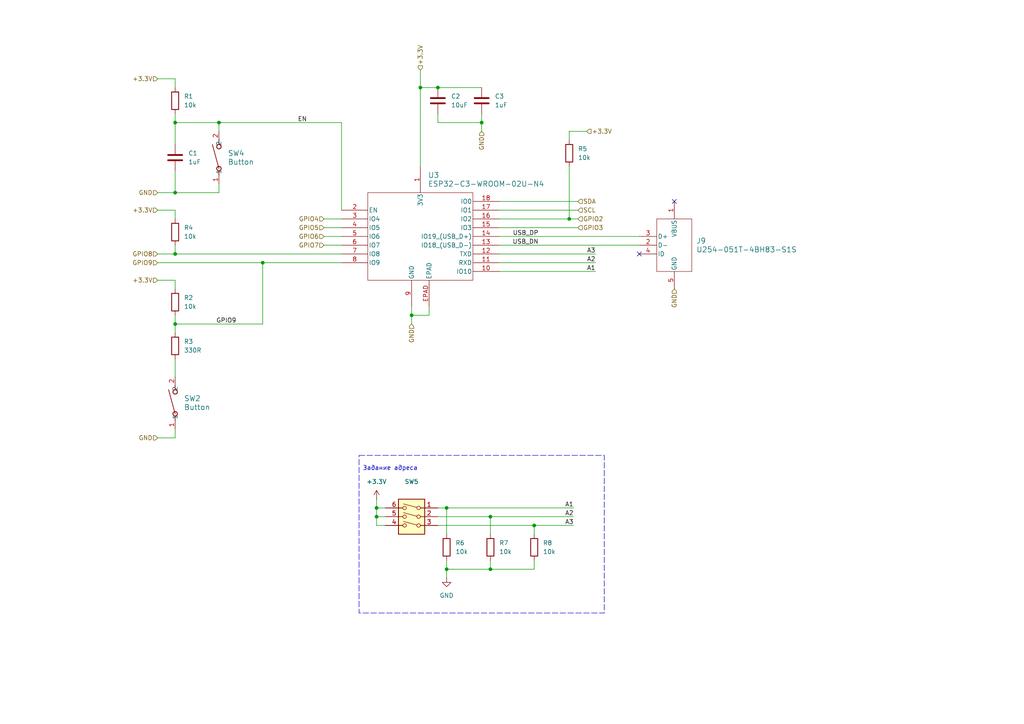
<source format=kicad_sch>
(kicad_sch (version 20231120) (generator "eeschema") (generator_version "8.0")
  (paper "A4")
  (title_block (comment 2 "Konstantin"))
  (lib_symbols
    (symbol "kicad_inventree_lib:C_10uF_16V_1206" (pin_numbers hide) (pin_names (offset 0.254))
      (property "Reference" "C" (at 0.635 2.54 0))
      (property "Value" "10uF" (at 0.635 -2.54 0))
      (symbol "C_10uF_16V_1206_0_1"
        (polyline (pts (xy -2.032 -0.762) (xy 2.032 -0.762)) (stroke (width 0.508)))
        (polyline (pts (xy -2.032 0.762) (xy 2.032 0.762)) (stroke (width 0.508)))
      )
      (symbol "C_10uF_16V_1206_1_1"
        (pin passive line (at 0 3.81 270) (length 2.794) (name "~") (number "1"))
        (pin passive line (at 0 -3.81 90) (length 2.794) (name "~") (number "2"))
      )
    )
    (symbol "kicad_inventree_lib:C_1uF_16V_1206" (pin_numbers hide) (pin_names (offset 0.254))
      (property "Reference" "C" (at 0.635 2.54 0))
      (property "Value" "1uF" (at 0.635 -2.54 0))
      (symbol "C_1uF_16V_1206_0_1"
        (polyline (pts (xy -2.032 -0.762) (xy 2.032 -0.762)) (stroke (width 0.508)))
        (polyline (pts (xy -2.032 0.762) (xy 2.032 0.762)) (stroke (width 0.508)))
      )
      (symbol "C_1uF_16V_1206_1_1"
        (pin passive line (at 0 3.81 270) (length 2.794) (name "~") (number "1"))
        (pin passive line (at 0 -3.81 90) (length 2.794) (name "~") (number "2"))
      )
    )
    (symbol "kicad_inventree_lib:C_1uF_50V_1206" (pin_numbers hide) (pin_names (offset 0.254))
      (property "Reference" "C" (at 0.635 2.54 0))
      (property "Value" "1uF" (at 0.635 -2.54 0))
      (symbol "C_1uF_50V_1206_0_1"
        (polyline (pts (xy -2.032 -0.762) (xy 2.032 -0.762)) (stroke (width 0.508)))
        (polyline (pts (xy -2.032 0.762) (xy 2.032 0.762)) (stroke (width 0.508)))
      )
      (symbol "C_1uF_50V_1206_1_1"
        (pin passive line (at 0 3.81 270) (length 2.794) (name "~") (number "1"))
        (pin passive line (at 0 -3.81 90) (length 2.794) (name "~") (number "2"))
      )
    )
    (symbol "kicad_inventree_lib:DIP_SW-3P-P2.54-THT-Top" (pin_names (offset 0) hide)
      (property "Reference" "SW" (at 0 6.35 0))
      (property "Value" "DIP_SW-3P-P2.54-THT-Top" (at 0 -6.35 0))
      (symbol "DIP_SW-3P-P2.54-THT-Top_0_0"
        (circle (center -2.032 -2.54) (radius 0.508))
        (circle (center -2.032 0) (radius 0.508))
        (circle (center -2.032 2.54) (radius 0.508))
        (polyline (pts (xy -1.524 -2.413) (xy 2.3622 -1.3716)))
        (polyline (pts (xy -1.524 0.127) (xy 2.3622 1.1684)))
        (polyline (pts (xy -1.524 2.667) (xy 2.3622 3.7084)))
        (circle (center 2.032 -2.54) (radius 0.508))
        (circle (center 2.032 0) (radius 0.508))
        (circle (center 2.032 2.54) (radius 0.508))
      )
      (symbol "DIP_SW-3P-P2.54-THT-Top_0_1"
        (rectangle (start -3.81 5.08) (end 3.81 -5.08) (stroke (width 0.254)) (fill (type background)))
      )
      (symbol "DIP_SW-3P-P2.54-THT-Top_1_1"
        (pin passive line (at -7.62 2.54 0) (length 5.08) (name "~") (number "1"))
        (pin passive line (at -7.62 0 0) (length 5.08) (name "~") (number "2"))
        (pin passive line (at -7.62 -2.54 0) (length 5.08) (name "~") (number "3"))
        (pin passive line (at 7.62 -2.54 180) (length 5.08) (name "~") (number "4"))
        (pin passive line (at 7.62 0 180) (length 5.08) (name "~") (number "5"))
        (pin passive line (at 7.62 2.54 180) (length 5.08) (name "~") (number "6"))
      )
    )
    (symbol "kicad_inventree_lib:ESP32-C3-WROOM-02U-N4" (pin_names (offset 0.254))
      (property "Reference" "U" (at 2.54 5.08 0))
      (property "Value" "ESP32-C3-WROOM-02U-N4" (at 2.54 2.54 0))
      (symbol "ESP32-C3-WROOM-02U-N4_0_1"
        (polyline (pts (xy -15.24 -25.4) (xy 15.24 -25.4)) (stroke (width 0.127)))
        (polyline (pts (xy -15.24 0) (xy -15.24 -25.4)) (stroke (width 0.127)))
        (polyline (pts (xy 15.24 -25.4) (xy 15.24 0)) (stroke (width 0.127)))
        (polyline (pts (xy 15.24 0) (xy -15.24 0)) (stroke (width 0.127)))
        (pin power_in line (at 0 7.62 270) (length 7.62) (name "3V3") (number "1"))
        (pin bidirectional line (at 22.86 -22.86 180) (length 7.62) (name "IO10") (number "10"))
        (pin bidirectional line (at 22.86 -20.32 180) (length 7.62) (name "RXD") (number "11"))
        (pin bidirectional line (at 22.86 -17.78 180) (length 7.62) (name "TXD") (number "12"))
        (pin bidirectional line (at 22.86 -10.16 180) (length 7.62) (name "IO3") (number "15"))
        (pin bidirectional line (at 22.86 -7.62 180) (length 7.62) (name "IO2") (number "16"))
        (pin bidirectional line (at 22.86 -5.08 180) (length 7.62) (name "IO1") (number "17"))
        (pin bidirectional line (at 22.86 -2.54 180) (length 7.62) (name "IO0") (number "18"))
        (pin input line (at -22.86 -5.08 0) (length 7.62) (name "EN") (number "2"))
        (pin bidirectional line (at -22.86 -7.62 0) (length 7.62) (name "IO4") (number "3"))
        (pin bidirectional line (at -22.86 -10.16 0) (length 7.62) (name "IO5") (number "4"))
        (pin bidirectional line (at -22.86 -12.7 0) (length 7.62) (name "IO6") (number "5"))
        (pin bidirectional line (at -22.86 -15.24 0) (length 7.62) (name "IO7") (number "6"))
        (pin bidirectional line (at -22.86 -17.78 0) (length 7.62) (name "IO8") (number "7"))
        (pin bidirectional line (at -22.86 -20.32 0) (length 7.62) (name "IO9") (number "8"))
        (pin power_out line (at -2.54 -33.02 90) (length 7.62) (name "GND") (number "9"))
      )
      (symbol "ESP32-C3-WROOM-02U-N4_1_1"
        (pin bidirectional line (at 22.86 -15.24 180) (length 7.62) (name "IO18_(USB_D-)") (number "13"))
        (pin bidirectional line (at 22.86 -12.7 180) (length 7.62) (name "IO19_(USB_D+)") (number "14"))
        (pin power_out line (at 2.54 -33.02 90) (length 7.62) (name "EPAD") (number "EPAD"))
      )
    )
    (symbol "kicad_inventree_lib:R_10k_1206_1%" (pin_numbers hide) (pin_names (offset 0))
      (property "Reference" "R" (at 2.032 0 90))
      (property "Value" "10k" (at 0 0 90))
      (symbol "R_10k_1206_1%_0_1"
        (rectangle (start -1.016 -2.54) (end 1.016 2.54) (stroke (width 0.254)))
      )
      (symbol "R_10k_1206_1%_1_1"
        (pin passive line (at 0 3.81 270) (length 1.27) (name "~") (number "1"))
        (pin passive line (at 0 -3.81 90) (length 1.27) (name "~") (number "2"))
      )
    )
    (symbol "kicad_inventree_lib:R_330R_1206_1%" (pin_numbers hide) (pin_names (offset 0))
      (property "Reference" "R" (at 2.032 0 90))
      (property "Value" "330R" (at 0 0 90))
      (symbol "R_330R_1206_1%_0_1"
        (rectangle (start -1.016 -2.54) (end 1.016 2.54) (stroke (width 0.254)))
      )
      (symbol "R_330R_1206_1%_1_1"
        (pin passive line (at 0 3.81 270) (length 1.27) (name "~") (number "1"))
        (pin passive line (at 0 -3.81 90) (length 1.27) (name "~") (number "2"))
      )
    )
    (symbol "kicad_inventree_lib:TS-1088-AR02016" (pin_names (offset 0.254))
      (property "Reference" "SW" (at 7.62 3.81 0))
      (property "Value" "Button" (at 0 0 0))
      (symbol "TS-1088-AR02016_0_1"
        (polyline (pts (xy 2.54 0) (xy 3.81 0)) (stroke (width 0.2032)))
        (polyline (pts (xy 4.445 0) (xy 11.43 1.905)) (stroke (width 0.2032)))
        (polyline (pts (xy 12.7 0) (xy 11.43 0)) (stroke (width 0.2032)))
        (circle (center 4.445 0) (radius 0.635) (stroke (width 0.254)))
        (circle (center 10.795 0) (radius 0.635) (stroke (width 0.254)))
        (pin unspecified line (at 0 0 0) (length 2.54) (name "1") (number "1"))
        (pin unspecified line (at 15.24 0 180) (length 2.54) (name "2") (number "2"))
      )
    )
    (symbol "kicad_inventree_lib:XKG_U254-051T-4BH83-S1S" (pin_names (offset 0.254))
      (property "Reference" "J" (at 8.382 -1.27 0))
      (property "Value" "U254-051T-4BH83-S1S" (at 22.098 -5.842 0))
      (symbol "XKG_U254-051T-4BH83-S1S_0_1"
        (polyline (pts (xy -5.08 -15.24) (xy 5.08 -15.24)) (stroke (width 0.127)))
        (polyline (pts (xy -5.08 0) (xy -5.08 -15.24)) (stroke (width 0.127)))
        (polyline (pts (xy 5.08 -15.24) (xy 5.08 0)) (stroke (width 0.127)))
        (polyline (pts (xy 5.08 0) (xy -5.08 0)) (stroke (width 0.127)))
      )
      (symbol "XKG_U254-051T-4BH83-S1S_1_1"
        (pin unspecified line (at 0 5.08 270) (length 5.08) (name "VBUS") (number "1"))
        (pin unspecified line (at -10.16 -7.62 0) (length 5.08) (name "D-") (number "2"))
        (pin unspecified line (at -10.16 -5.08 0) (length 5.08) (name "D+") (number "3"))
        (pin unspecified line (at -10.16 -10.16 0) (length 5.08) (name "ID") (number "4"))
        (pin unspecified line (at 0 -20.32 90) (length 5.08) (name "GND") (number "5"))
      )
    )
    (symbol "power:+3.3V" (power) (pin_numbers hide) (pin_names (offset 0) hide)
      (property "Value" "+3.3V" (at 0 3.556 0))
      (symbol "+3.3V_0_1"
        (polyline (pts (xy -0.762 1.27) (xy 0 2.54)))
        (polyline (pts (xy 0 0) (xy 0 2.54)))
        (polyline (pts (xy 0 2.54) (xy 0.762 1.27)))
      )
      (symbol "+3.3V_1_1"
        (pin power_in line (at 0 0 90) (length 0) (name "~") (number "1"))
      )
    )
    (symbol "power:GND" (power) (pin_numbers hide) (pin_names (offset 0) hide)
      (property "Value" "GND" (at 0 -3.81 0))
      (symbol "GND_0_1"
        (polyline (pts (xy 0 0) (xy 0 -1.27) (xy 1.27 -1.27) (xy 0 -2.54) (xy -1.27 -1.27) (xy 0 -1.27)))
      )
      (symbol "GND_1_1"
        (pin power_in line (at 0 0 270) (length 0) (name "~") (number "1"))
      )
    )
  )
  (junction (at 154.94 152.4))
  (junction (at 50.8 73.66))
  (junction (at 142.24 149.86))
  (junction (at 119.38 91.44))
  (junction (at 129.54 165.1))
  (junction (at 109.22 149.86))
  (junction (at 50.8 55.88))
  (junction (at 76.2 76.2))
  (junction (at 109.22 147.32))
  (junction (at 50.8 93.98))
  (junction (at 142.24 165.1))
  (junction (at 63.5 35.56))
  (junction (at 139.7 35.56))
  (junction (at 50.8 35.56))
  (junction (at 121.92 25.4))
  (junction (at 165.1 63.5))
  (junction (at 127 25.4))
  (junction (at 129.54 147.32))
  (no_connect (at 185.42 73.66))
  (no_connect (at 195.58 58.42))
  (wire (pts (xy 170.18 38.1) (xy 165.1 38.1)))
  (wire (pts (xy 124.46 88.9) (xy 124.46 91.44)))
  (wire (pts (xy 121.92 25.4) (xy 127 25.4)))
  (wire (pts (xy 127 149.86) (xy 142.24 149.86)))
  (wire (pts (xy 142.24 149.86) (xy 166.37 149.86)))
  (wire (pts (xy 144.78 58.42) (xy 167.64 58.42)))
  (wire (pts (xy 50.8 55.88) (xy 63.5 55.88)))
  (wire (pts (xy 154.94 162.56) (xy 154.94 165.1)))
  (wire (pts (xy 45.72 81.28) (xy 50.8 81.28)))
  (wire (pts (xy 45.72 22.86) (xy 50.8 22.86)))
  (wire (pts (xy 142.24 149.86) (xy 142.24 154.94)))
  (wire (pts (xy 50.8 93.98) (xy 76.2 93.98)))
  (wire (pts (xy 50.8 93.98) (xy 50.8 91.44)))
  (wire (pts (xy 109.22 144.78) (xy 109.22 147.32)))
  (wire (pts (xy 127 35.56) (xy 139.7 35.56)))
  (wire (pts (xy 50.8 22.86) (xy 50.8 25.4)))
  (wire (pts (xy 119.38 91.44) (xy 124.46 91.44)))
  (wire (pts (xy 63.5 35.56) (xy 63.5 38.1)))
  (wire (pts (xy 129.54 147.32) (xy 166.37 147.32)))
  (wire (pts (xy 144.78 60.96) (xy 167.64 60.96)))
  (wire (pts (xy 139.7 33.02) (xy 139.7 35.56)))
  (wire (pts (xy 50.8 60.96) (xy 50.8 63.5)))
  (wire (pts (xy 129.54 165.1) (xy 142.24 165.1)))
  (wire (pts (xy 165.1 63.5) (xy 167.64 63.5)))
  (wire (pts (xy 144.78 63.5) (xy 165.1 63.5)))
  (wire (pts (xy 111.76 147.32) (xy 109.22 147.32)))
  (wire (pts (xy 121.92 25.4) (xy 121.92 48.26)))
  (wire (pts (xy 154.94 165.1) (xy 142.24 165.1)))
  (wire (pts (xy 63.5 35.56) (xy 99.06 35.56)))
  (wire (pts (xy 139.7 35.56) (xy 139.7 38.1)))
  (wire (pts (xy 50.8 127) (xy 45.72 127)))
  (wire (pts (xy 154.94 152.4) (xy 166.37 152.4)))
  (wire (pts (xy 93.98 68.58) (xy 99.06 68.58)))
  (wire (pts (xy 93.98 63.5) (xy 99.06 63.5)))
  (wire (pts (xy 50.8 33.02) (xy 50.8 35.56)))
  (wire (pts (xy 45.72 73.66) (xy 50.8 73.66)))
  (wire (pts (xy 50.8 124.46) (xy 50.8 127)))
  (wire (pts (xy 109.22 147.32) (xy 109.22 149.86)))
  (wire (pts (xy 50.8 35.56) (xy 63.5 35.56)))
  (wire (pts (xy 50.8 104.14) (xy 50.8 109.22)))
  (wire (pts (xy 129.54 147.32) (xy 129.54 154.94)))
  (wire (pts (xy 165.1 48.26) (xy 165.1 63.5)))
  (wire (pts (xy 45.72 76.2) (xy 76.2 76.2)))
  (wire (pts (xy 93.98 71.12) (xy 99.06 71.12)))
  (wire (pts (xy 127 25.4) (xy 139.7 25.4)))
  (wire (pts (xy 165.1 38.1) (xy 165.1 40.64)))
  (wire (pts (xy 144.78 76.2) (xy 172.72 76.2)))
  (wire (pts (xy 93.98 66.04) (xy 99.06 66.04)))
  (wire (pts (xy 99.06 35.56) (xy 99.06 60.96)))
  (wire (pts (xy 154.94 152.4) (xy 154.94 154.94)))
  (wire (pts (xy 144.78 71.12) (xy 185.42 71.12)))
  (wire (pts (xy 121.92 20.32) (xy 121.92 25.4)))
  (wire (pts (xy 63.5 53.34) (xy 63.5 55.88)))
  (wire (pts (xy 50.8 93.98) (xy 50.8 96.52)))
  (wire (pts (xy 50.8 73.66) (xy 99.06 73.66)))
  (wire (pts (xy 127 147.32) (xy 129.54 147.32)))
  (wire (pts (xy 144.78 68.58) (xy 185.42 68.58)))
  (wire (pts (xy 111.76 152.4) (xy 109.22 152.4)))
  (wire (pts (xy 50.8 49.53) (xy 50.8 55.88)))
  (wire (pts (xy 119.38 88.9) (xy 119.38 91.44)))
  (wire (pts (xy 45.72 55.88) (xy 50.8 55.88)))
  (wire (pts (xy 144.78 73.66) (xy 172.72 73.66)))
  (wire (pts (xy 129.54 165.1) (xy 129.54 167.64)))
  (wire (pts (xy 142.24 162.56) (xy 142.24 165.1)))
  (wire (pts (xy 119.38 91.44) (xy 119.38 93.98)))
  (wire (pts (xy 111.76 149.86) (xy 109.22 149.86)))
  (wire (pts (xy 144.78 66.04) (xy 167.64 66.04)))
  (wire (pts (xy 45.72 60.96) (xy 50.8 60.96)))
  (wire (pts (xy 50.8 35.56) (xy 50.8 41.91)))
  (wire (pts (xy 50.8 71.12) (xy 50.8 73.66)))
  (wire (pts (xy 127 152.4) (xy 154.94 152.4)))
  (wire (pts (xy 76.2 76.2) (xy 99.06 76.2)))
  (wire (pts (xy 127 33.02) (xy 127 35.56)))
  (wire (pts (xy 76.2 93.98) (xy 76.2 76.2)))
  (wire (pts (xy 129.54 162.56) (xy 129.54 165.1)))
  (wire (pts (xy 144.78 78.74) (xy 172.72 78.74)))
  (wire (pts (xy 50.8 81.28) (xy 50.8 83.82)))
  (wire (pts (xy 109.22 149.86) (xy 109.22 152.4)))
  (rectangle (start 104.14 132.08) (end 175.26 177.8) (stroke (width 0) (type dash)))
  (text "Задание адреса" (at 105.156 135.89 0) (effects (font (size 1.27 1.27)) (justify left)))
  (label "A1" (at 166.37 147.32 180))
  (label "A2" (at 172.72 76.2 180))
  (label "GPIO9" (at 68.58 93.98 180))
  (label "USB_DP" (at 156.21 68.58 180))
  (label "A3" (at 166.37 152.4 180))
  (label "A3" (at 172.72 73.66 180))
  (label "A2" (at 166.37 149.86 180))
  (label "A1" (at 172.72 78.74 180))
  (label "USB_DN" (at 156.21 71.12 180))
  (label "EN" (at 86.36 35.56 0))
  (hierarchical_label "+3.3V" (shape input) (at 45.72 60.96 180))
  (hierarchical_label "GND" (shape input) (at 119.38 93.98 270))
  (hierarchical_label "GPIO2" (shape input) (at 167.64 63.5 0))
  (hierarchical_label "GPIO8" (shape input) (at 45.72 73.66 180))
  (hierarchical_label "GPIO9" (shape input) (at 45.72 76.2 180))
  (hierarchical_label "+3.3V" (shape input) (at 45.72 22.86 180))
  (hierarchical_label "GPIO6" (shape input) (at 93.98 68.58 180))
  (hierarchical_label "GND" (shape input) (at 139.7 38.1 270))
  (hierarchical_label "+3.3V" (shape input) (at 170.18 38.1 0))
  (hierarchical_label "SDA" (shape input) (at 167.64 58.42 0))
  (hierarchical_label "+3.3V" (shape input) (at 45.72 81.28 180))
  (hierarchical_label "GPIO7" (shape input) (at 93.98 71.12 180))
  (hierarchical_label "GND" (shape input) (at 195.58 83.82 270))
  (hierarchical_label "GPIO3" (shape input) (at 167.64 66.04 0))
  (hierarchical_label "GPIO5" (shape input) (at 93.98 66.04 180))
  (hierarchical_label "GPIO4" (shape input) (at 93.98 63.5 180))
  (hierarchical_label "SCL" (shape input) (at 167.64 60.96 0))
  (hierarchical_label "GND" (shape input) (at 45.72 55.88 180))
  (hierarchical_label "+3.3V" (shape input) (at 121.92 20.32 90))
  (hierarchical_label "GND" (shape input) (at 45.72 127 180))
  (symbol (lib_id "kicad_inventree_lib:XKG_U254-051T-4BH83-S1S") (at 195.58 63.5 0) (unit 1)
    (property "Reference" "J9" (at 201.93 69.8499 0) (effects (font (size 1.524 1.524)) (justify left)))
    (property "Value" "U254-051T-4BH83-S1S" (at 201.93 72.3899 0) (effects (font (size 1.524 1.524)) (justify left)))
    (property "Footprint" "kicad_inventree_lib:CONN5_H83-S1S_XKB" (effects (hide yes)))
    (property "Datasheet" "http://inventree.network/part/136/" (effects (hide yes)))
    (property "part_ipn" "U254-051T-4BH83-S1S " (effects (hide yes)))
  )
  (symbol (lib_id "kicad_inventree_lib:R_10k_1206_1%") (at 50.8 29.21 0) (unit 1)
    (property "Reference" "R1" (at 53.34 27.9399 0) (effects (justify left)))
    (property "Value" "10k" (at 53.34 30.4799 0) (effects (justify left)))
    (property "Footprint" "Resistor_SMD:R_1206_3216Metric_Pad1.30x1.75mm_HandSolder" (effects (hide yes)))
    (property "Datasheet" "http://inventree.network/part/26/" (effects (hide yes)))
    (property "Description" "Resistor" (effects (hide yes)))
    (property "NextPCB_price" "0.00169" (effects (hide yes)))
    (property "NextPCB_url" "https://www.hqonline.com/product-detail/chip-resistors-fojan-frc1206f3301ts-2500354421" (effects (hide yes)))
    (property "part_ipn" "R_10k_1206_1%" (effects (hide yes)))
  )
  (symbol (lib_id "kicad_inventree_lib:DIP_SW-3P-P2.54-THT-Top") (at 119.38 149.86 0) (mirror y) (unit 1)
    (property "Reference" "SW5" (at 119.38 139.7 0))
    (property "Value" "DIP_SW-3P-P2.54-THT-Top" (effects (hide yes)))
    (property "Footprint" "Button_Switch_THT:SW_DIP_SPSTx03_Slide_9.78x9.8mm_W7.62mm_P2.54mm" (effects (hide yes)))
    (property "Datasheet" "http://inventree.network/part/122/" (effects (hide yes)))
    (property "Description" "3x DIP Switch, Single Pole Single Throw (SPST) switch, small symbol" (effects (hide yes)))
    (property "part_ipn" "DIP_SW-3P-P2.54-THT-Top" (effects (hide yes)))
  )
  (symbol (lib_id "kicad_inventree_lib:C_10uF_16V_1206") (at 127 29.21 180) (unit 1)
    (property "Reference" "C2" (at 130.81 27.9399 0) (effects (justify right)))
    (property "Value" "10uF" (at 130.81 30.4799 0) (effects (justify right)))
    (property "Footprint" "Capacitor_SMD:C_1206_3216Metric_Pad1.33x1.80mm_HandSolder" (effects (hide yes)))
    (property "Datasheet" "http://inventree.network/part/141/" (effects (hide yes)))
    (property "Description" "Unpolarized capacitor" (effects (hide yes)))
    (property "part_ipn" "C_10uF_16V_1206" (effects (hide yes)))
  )
  (symbol (lib_id "kicad_inventree_lib:TS-1088-AR02016") (at 63.5 53.34 90) (unit 1)
    (property "Reference" "SW4" (at 66.04 44.4499 90) (effects (font (size 1.524 1.524)) (justify right)))
    (property "Value" "Button" (at 66.04 46.9899 90) (effects (font (size 1.524 1.524)) (justify right)))
    (property "Footprint" "kicad_inventree_lib:SW_TS-1088_XNP-M" (effects (hide yes)))
    (property "Datasheet" "http://inventree.network/part/139/" (effects (hide yes)))
    (property "part_ipn" "TS-1088-AR02016 " (effects (hide yes)))
  )
  (symbol (lib_id "kicad_inventree_lib:R_10k_1206_1%") (at 50.8 87.63 0) (unit 1)
    (property "Reference" "R2" (at 53.34 86.3599 0) (effects (justify left)))
    (property "Value" "10k" (at 53.34 88.8999 0) (effects (justify left)))
    (property "Footprint" "Resistor_SMD:R_1206_3216Metric_Pad1.30x1.75mm_HandSolder" (effects (hide yes)))
    (property "Datasheet" "http://inventree.network/part/26/" (effects (hide yes)))
    (property "Description" "Resistor" (effects (hide yes)))
    (property "NextPCB_price" "0.00169" (effects (hide yes)))
    (property "NextPCB_url" "https://www.hqonline.com/product-detail/chip-resistors-fojan-frc1206f3301ts-2500354421" (effects (hide yes)))
    (property "part_ipn" "R_10k_1206_1%" (effects (hide yes)))
  )
  (symbol (lib_id "power:+3.3V") (at 109.22 144.78 0) (unit 1)
    (property "Reference" "#PWR012" (effects (hide yes)))
    (property "Value" "+3.3V" (at 109.22 139.7 0))
    (property "Description" "Power symbol creates a global label with name \"+3.3V\"" (effects (hide yes)))
  )
  (symbol (lib_id "kicad_inventree_lib:R_10k_1206_1%") (at 154.94 158.75 180) (unit 1)
    (property "Reference" "R8" (at 157.48 157.4799 0) (effects (justify right)))
    (property "Value" "10k" (at 157.48 160.0199 0) (effects (justify right)))
    (property "Footprint" "Resistor_SMD:R_1206_3216Metric_Pad1.30x1.75mm_HandSolder" (effects (hide yes)))
    (property "Datasheet" "http://inventree.network/part/26/" (effects (hide yes)))
    (property "Description" "Resistor" (effects (hide yes)))
    (property "NextPCB_price" "0.00169" (effects (hide yes)))
    (property "NextPCB_url" "https://www.hqonline.com/product-detail/chip-resistors-fojan-frc1206f3301ts-2500354421" (effects (hide yes)))
    (property "part_ipn" "R_10k_1206_1%" (effects (hide yes)))
  )
  (symbol (lib_id "kicad_inventree_lib:R_10k_1206_1%") (at 165.1 44.45 0) (unit 1)
    (property "Reference" "R5" (at 167.64 43.1799 0) (effects (justify left)))
    (property "Value" "10k" (at 167.64 45.7199 0) (effects (justify left)))
    (property "Footprint" "Resistor_SMD:R_1206_3216Metric_Pad1.30x1.75mm_HandSolder" (effects (hide yes)))
    (property "Datasheet" "http://inventree.network/part/26/" (effects (hide yes)))
    (property "Description" "Resistor" (effects (hide yes)))
    (property "NextPCB_price" "0.00169" (effects (hide yes)))
    (property "NextPCB_url" "https://www.hqonline.com/product-detail/chip-resistors-fojan-frc1206f3301ts-2500354421" (effects (hide yes)))
    (property "part_ipn" "R_10k_1206_1%" (effects (hide yes)))
  )
  (symbol (lib_id "kicad_inventree_lib:R_10k_1206_1%") (at 129.54 158.75 180) (unit 1)
    (property "Reference" "R6" (at 132.08 157.4799 0) (effects (justify right)))
    (property "Value" "10k" (at 132.08 160.0199 0) (effects (justify right)))
    (property "Footprint" "Resistor_SMD:R_1206_3216Metric_Pad1.30x1.75mm_HandSolder" (effects (hide yes)))
    (property "Datasheet" "http://inventree.network/part/26/" (effects (hide yes)))
    (property "Description" "Resistor" (effects (hide yes)))
    (property "NextPCB_price" "0.00169" (effects (hide yes)))
    (property "NextPCB_url" "https://www.hqonline.com/product-detail/chip-resistors-fojan-frc1206f3301ts-2500354421" (effects (hide yes)))
    (property "part_ipn" "R_10k_1206_1%" (effects (hide yes)))
  )
  (symbol (lib_id "kicad_inventree_lib:R_10k_1206_1%") (at 50.8 67.31 0) (unit 1)
    (property "Reference" "R4" (at 53.34 66.0399 0) (effects (justify left)))
    (property "Value" "10k" (at 53.34 68.5799 0) (effects (justify left)))
    (property "Footprint" "Resistor_SMD:R_1206_3216Metric_Pad1.30x1.75mm_HandSolder" (effects (hide yes)))
    (property "Datasheet" "http://inventree.network/part/26/" (effects (hide yes)))
    (property "Description" "Resistor" (effects (hide yes)))
    (property "NextPCB_price" "0.00169" (effects (hide yes)))
    (property "NextPCB_url" "https://www.hqonline.com/product-detail/chip-resistors-fojan-frc1206f3301ts-2500354421" (effects (hide yes)))
    (property "part_ipn" "R_10k_1206_1%" (effects (hide yes)))
  )
  (symbol (lib_id "kicad_inventree_lib:R_330R_1206_1%") (at 50.8 100.33 0) (unit 1)
    (property "Reference" "R3" (at 53.34 99.0599 0) (effects (justify left)))
    (property "Value" "330R" (at 53.34 101.5999 0) (effects (justify left)))
    (property "Footprint" "Resistor_SMD:R_1206_3216Metric_Pad1.30x1.75mm_HandSolder" (effects (hide yes)))
    (property "Datasheet" "http://inventree.network/part/140/" (effects (hide yes)))
    (property "Description" "Resistor" (effects (hide yes)))
    (property "part_ipn" "R_330R_1206_1% " (effects (hide yes)))
  )
  (symbol (lib_id "kicad_inventree_lib:R_10k_1206_1%") (at 142.24 158.75 180) (unit 1)
    (property "Reference" "R7" (at 144.78 157.4799 0) (effects (justify right)))
    (property "Value" "10k" (at 144.78 160.0199 0) (effects (justify right)))
    (property "Footprint" "Resistor_SMD:R_1206_3216Metric_Pad1.30x1.75mm_HandSolder" (effects (hide yes)))
    (property "Datasheet" "http://inventree.network/part/26/" (effects (hide yes)))
    (property "Description" "Resistor" (effects (hide yes)))
    (property "NextPCB_price" "0.00169" (effects (hide yes)))
    (property "NextPCB_url" "https://www.hqonline.com/product-detail/chip-resistors-fojan-frc1206f3301ts-2500354421" (effects (hide yes)))
    (property "part_ipn" "R_10k_1206_1%" (effects (hide yes)))
  )
  (symbol (lib_id "kicad_inventree_lib:TS-1088-AR02016") (at 50.8 124.46 90) (unit 1)
    (property "Reference" "SW2" (at 53.34 115.5699 90) (effects (font (size 1.524 1.524)) (justify right)))
    (property "Value" "Button" (at 53.34 118.1099 90) (effects (font (size 1.524 1.524)) (justify right)))
    (property "Footprint" "kicad_inventree_lib:SW_TS-1088_XNP-M" (effects (hide yes)))
    (property "Datasheet" "http://inventree.network/part/139/" (effects (hide yes)))
    (property "part_ipn" "TS-1088-AR02016 " (effects (hide yes)))
  )
  (symbol (lib_id "kicad_inventree_lib:ESP32-C3-WROOM-02U-N4") (at 121.92 55.88 0) (unit 1)
    (property "Reference" "U3" (at 124.1141 50.8 0) (effects (font (size 1.524 1.524)) (justify left)))
    (property "Value" "ESP32-C3-WROOM-02U-N4" (at 124.1141 53.34 0) (effects (font (size 1.524 1.524)) (justify left)))
    (property "Footprint" "ESP32-C3-WROOM-02U_EXP" (effects (hide yes)))
    (property "Datasheet" "ESP32-C3-WROOM-02U-N4" (effects (hide yes)))
  )
  (symbol (lib_id "power:GND") (at 129.54 167.64 0) (unit 1)
    (property "Reference" "#PWR013" (effects (hide yes)))
    (property "Value" "GND" (at 129.54 172.72 0))
    (property "Description" "Power symbol creates a global label with name \"GND\" , ground" (effects (hide yes)))
  )
  (symbol (lib_id "kicad_inventree_lib:C_1uF_50V_1206") (at 50.8 45.72 0) (unit 1)
    (property "Reference" "C1" (at 54.61 44.4499 0) (effects (justify left)))
    (property "Value" "1uF" (at 54.61 46.9899 0) (effects (justify left)))
    (property "Footprint" "Capacitor_SMD:C_1206_3216Metric_Pad1.33x1.80mm_HandSolder" (effects (hide yes)))
    (property "Datasheet" "http://inventree.network/part/44/" (effects (hide yes)))
    (property "Description" "Unpolarized capacitor" (effects (hide yes)))
    (property "part_ipn" "C_1uF_50V_1206" (effects (hide yes)))
  )
  (symbol (lib_id "kicad_inventree_lib:C_1uF_16V_1206") (at 139.7 29.21 0) (unit 1)
    (property "Reference" "C3" (at 143.51 27.9399 0) (effects (justify left)))
    (property "Value" "1uF" (at 143.51 30.4799 0) (effects (justify left)))
    (property "Footprint" "Capacitor_SMD:C_1206_3216Metric_Pad1.33x1.80mm_HandSolder" (effects (hide yes)))
    (property "Datasheet" "http://inventree.network/part/141/" (effects (hide yes)))
    (property "Description" "Unpolarized capacitor" (effects (hide yes)))
    (property "part_ipn" "C_1uF_16V_1206" (effects (hide yes)))
  )
)
</source>
